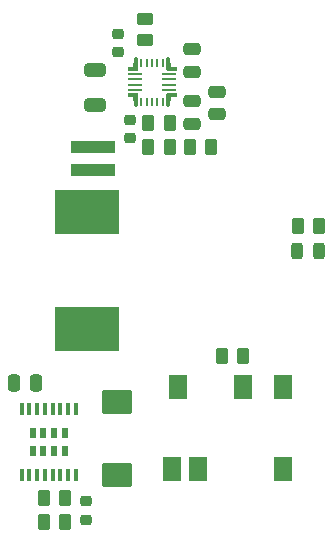
<source format=gtp>
%TF.GenerationSoftware,KiCad,Pcbnew,(6.0.9)*%
%TF.CreationDate,2022-12-02T21:40:22+00:00*%
%TF.ProjectId,PowerManagement,506f7765-724d-4616-9e61-67656d656e74,rev?*%
%TF.SameCoordinates,Original*%
%TF.FileFunction,Paste,Top*%
%TF.FilePolarity,Positive*%
%FSLAX46Y46*%
G04 Gerber Fmt 4.6, Leading zero omitted, Abs format (unit mm)*
G04 Created by KiCad (PCBNEW (6.0.9)) date 2022-12-02 21:40:22*
%MOMM*%
%LPD*%
G01*
G04 APERTURE LIST*
G04 Aperture macros list*
%AMRoundRect*
0 Rectangle with rounded corners*
0 $1 Rounding radius*
0 $2 $3 $4 $5 $6 $7 $8 $9 X,Y pos of 4 corners*
0 Add a 4 corners polygon primitive as box body*
4,1,4,$2,$3,$4,$5,$6,$7,$8,$9,$2,$3,0*
0 Add four circle primitives for the rounded corners*
1,1,$1+$1,$2,$3*
1,1,$1+$1,$4,$5*
1,1,$1+$1,$6,$7*
1,1,$1+$1,$8,$9*
0 Add four rect primitives between the rounded corners*
20,1,$1+$1,$2,$3,$4,$5,0*
20,1,$1+$1,$4,$5,$6,$7,0*
20,1,$1+$1,$6,$7,$8,$9,0*
20,1,$1+$1,$8,$9,$2,$3,0*%
G04 Aperture macros list end*
%ADD10RoundRect,0.250000X-0.475000X0.250000X-0.475000X-0.250000X0.475000X-0.250000X0.475000X0.250000X0*%
%ADD11R,1.500000X2.000000*%
%ADD12RoundRect,0.250000X0.475000X-0.250000X0.475000X0.250000X-0.475000X0.250000X-0.475000X-0.250000X0*%
%ADD13RoundRect,0.225000X-0.250000X0.225000X-0.250000X-0.225000X0.250000X-0.225000X0.250000X0.225000X0*%
%ADD14RoundRect,0.250000X-0.262500X-0.450000X0.262500X-0.450000X0.262500X0.450000X-0.262500X0.450000X0*%
%ADD15RoundRect,0.250000X1.025000X-0.787500X1.025000X0.787500X-1.025000X0.787500X-1.025000X-0.787500X0*%
%ADD16RoundRect,0.225000X0.250000X-0.225000X0.250000X0.225000X-0.250000X0.225000X-0.250000X-0.225000X0*%
%ADD17RoundRect,0.250000X-0.650000X0.325000X-0.650000X-0.325000X0.650000X-0.325000X0.650000X0.325000X0*%
%ADD18RoundRect,0.250000X0.450000X-0.262500X0.450000X0.262500X-0.450000X0.262500X-0.450000X-0.262500X0*%
%ADD19RoundRect,0.250000X0.262500X0.450000X-0.262500X0.450000X-0.262500X-0.450000X0.262500X-0.450000X0*%
%ADD20RoundRect,0.060000X0.140000X0.257500X-0.140000X0.257500X-0.140000X-0.257500X0.140000X-0.257500X0*%
%ADD21RoundRect,0.046500X-0.403500X-0.108500X0.403500X-0.108500X0.403500X0.108500X-0.403500X0.108500X0*%
%ADD22R,1.200000X0.200000*%
%ADD23RoundRect,0.060000X0.140000X0.255000X-0.140000X0.255000X-0.140000X-0.255000X0.140000X-0.255000X0*%
%ADD24RoundRect,0.045000X-0.405000X-0.104999X0.405000X-0.104999X0.405000X0.104999X-0.405000X0.104999X0*%
%ADD25RoundRect,0.045000X0.105000X-0.519999X0.105000X0.519999X-0.105000X0.519999X-0.105000X-0.519999X0*%
%ADD26R,0.200000X0.800000*%
%ADD27RoundRect,0.045000X0.105000X-0.520000X0.105000X0.520000X-0.105000X0.520000X-0.105000X-0.520000X0*%
%ADD28RoundRect,0.045000X0.105000X-0.514999X0.105000X0.514999X-0.105000X0.514999X-0.105000X-0.514999X0*%
%ADD29RoundRect,0.250000X0.250000X0.475000X-0.250000X0.475000X-0.250000X-0.475000X0.250000X-0.475000X0*%
%ADD30R,0.450000X1.050000*%
%ADD31R,0.537000X0.882000*%
%ADD32R,3.800000X1.050000*%
%ADD33R,5.500000X3.850000*%
%ADD34RoundRect,0.243750X-0.243750X-0.456250X0.243750X-0.456250X0.243750X0.456250X-0.243750X0.456250X0*%
G04 APERTURE END LIST*
D10*
%TO.C,C6*%
X36900000Y-33750000D03*
X36900000Y-35650000D03*
%TD*%
D11*
%TO.C,J2*%
X44614000Y-62296000D03*
X44614000Y-69296000D03*
X41214000Y-62296000D03*
X37414000Y-69296000D03*
X35214000Y-69296000D03*
X35714000Y-62296000D03*
%TD*%
D12*
%TO.C,C1*%
X36900000Y-40050000D03*
X36900000Y-38150000D03*
%TD*%
D13*
%TO.C,C3*%
X31620000Y-39745000D03*
X31620000Y-41295000D03*
%TD*%
D14*
%TO.C,R9*%
X24337500Y-73750000D03*
X26162500Y-73750000D03*
%TD*%
D15*
%TO.C,C8*%
X30516000Y-69797500D03*
X30516000Y-63572500D03*
%TD*%
D16*
%TO.C,C5*%
X30600000Y-33975000D03*
X30600000Y-32425000D03*
%TD*%
D17*
%TO.C,C2*%
X28700000Y-35525000D03*
X28700000Y-38475000D03*
%TD*%
D18*
%TO.C,R6*%
X32920000Y-32967500D03*
X32920000Y-31142500D03*
%TD*%
D14*
%TO.C,R3*%
X33187500Y-42000000D03*
X35012500Y-42000000D03*
%TD*%
D19*
%TO.C,R8*%
X26162500Y-71750000D03*
X24337500Y-71750000D03*
%TD*%
%TO.C,R1*%
X41207500Y-59700000D03*
X39382500Y-59700000D03*
%TD*%
D20*
%TO.C,U1*%
X32100000Y-35237500D03*
D21*
X31850000Y-35399998D03*
D22*
X32050000Y-35850000D03*
X32050000Y-36299999D03*
X32050000Y-36750001D03*
X32050000Y-37200000D03*
D23*
X32100000Y-37810000D03*
D24*
X31850000Y-37645000D03*
D25*
X32150000Y-38059999D03*
D26*
X32599999Y-38174999D03*
X33050001Y-38174999D03*
X33500000Y-38174999D03*
X33949999Y-38174999D03*
X34400001Y-38174999D03*
D27*
X34850000Y-38065000D03*
D21*
X35150000Y-37650002D03*
D23*
X34900000Y-37810000D03*
D22*
X34950000Y-37200000D03*
X34950000Y-36750001D03*
X34950000Y-36299999D03*
X34950000Y-35850000D03*
D23*
X34900000Y-35240000D03*
D21*
X35150000Y-35400001D03*
D28*
X34850000Y-34995000D03*
D26*
X34400001Y-34875001D03*
X33949999Y-34875001D03*
X33500000Y-34875001D03*
X33050001Y-34875001D03*
X32599999Y-34875001D03*
D25*
X32150000Y-34985000D03*
%TD*%
D19*
%TO.C,R4*%
X38512500Y-42000000D03*
X36687500Y-42000000D03*
%TD*%
%TO.C,R5*%
X47650000Y-48700000D03*
X45825000Y-48700000D03*
%TD*%
%TO.C,R2*%
X35012500Y-40000000D03*
X33187500Y-40000000D03*
%TD*%
D29*
%TO.C,C9*%
X23700000Y-62000000D03*
X21800000Y-62000000D03*
%TD*%
D30*
%TO.C,U2*%
X27025000Y-64225000D03*
X26375000Y-64225000D03*
X25725000Y-64225000D03*
X25075000Y-64225000D03*
X24425000Y-64225000D03*
X23775000Y-64225000D03*
X23125000Y-64225000D03*
X22475000Y-64225000D03*
X22475000Y-69775000D03*
X23125000Y-69775000D03*
X23775000Y-69775000D03*
X24425000Y-69775000D03*
X25075000Y-69775000D03*
X25725000Y-69775000D03*
X26375000Y-69775000D03*
X27025000Y-69775000D03*
D31*
X26092500Y-66265000D03*
X23407500Y-67735000D03*
X25197500Y-66265000D03*
X24302500Y-66265000D03*
X26092500Y-67735000D03*
X25197500Y-67735000D03*
X24302500Y-67735000D03*
X23407500Y-66265000D03*
%TD*%
D32*
%TO.C,L1*%
X28500000Y-42000000D03*
X28500000Y-44000000D03*
%TD*%
D16*
%TO.C,C7*%
X27900000Y-73575000D03*
X27900000Y-72025000D03*
%TD*%
D33*
%TO.C,L2*%
X28000000Y-47550000D03*
X28000000Y-57450000D03*
%TD*%
D10*
%TO.C,C4*%
X39000000Y-37350000D03*
X39000000Y-39250000D03*
%TD*%
D34*
%TO.C,D1*%
X45800000Y-50800000D03*
X47675000Y-50800000D03*
%TD*%
M02*

</source>
